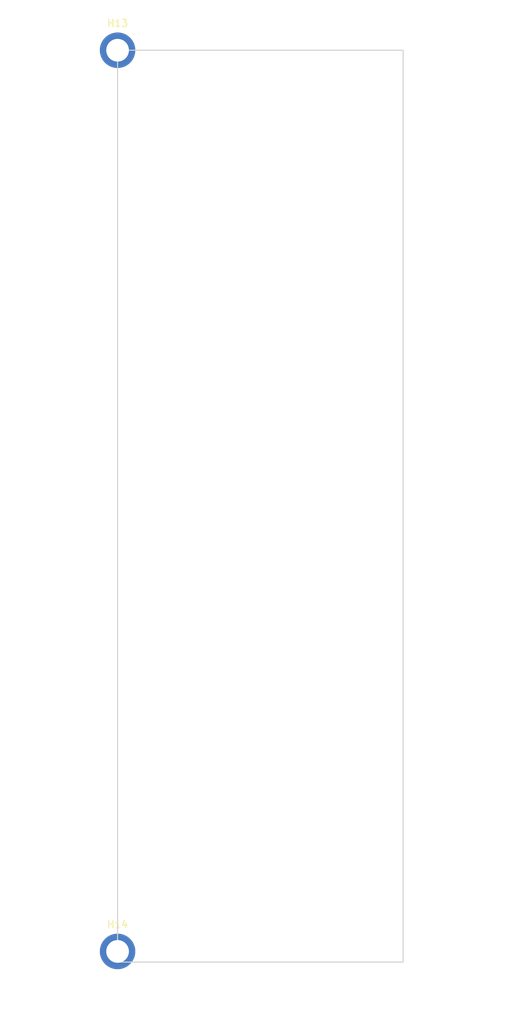
<source format=kicad_pcb>
(kicad_pcb (version 20221018) (generator pcbnew)
  (title_block (title "(title)") (comment 1 "PCB for panel") (comment 2 "(description)") (comment 4 "License CC BY 4.0 - Attribution 4.0 International"))
  (layers (0 "F.Cu" signal) (31 "B.Cu" signal) (34 "B.Paste" user) (35 "F.Paste" user) (36 "B.SilkS" user "B.Silkscreen") (37 "F.SilkS" user "F.Silkscreen") (38 "B.Mask" user) (39 "F.Mask" user) (44 "Edge.Cuts" user))
  (net 0 "")
  (footprint "elektrophon:panel_jack" (layer "F.Cu") (at 60.96 157.48)
    (fp_text reference "H1" hide)
    (fp_text value "TRIGGER")
    (pad "" np_thru_hole circle (at 0 0) (size 6.4 6.4) (drill 6.4) (layers "*.Cu" "*.Mask"))
  )
  (footprint "elektrophon:panel_jack" (layer "F.Cu") (at 60.96 142.24)
    (fp_text reference "H2" hide)
    (fp_text value "GATE")
    (pad "" np_thru_hole circle (at 0 0) (size 6.4 6.4) (drill 6.4) (layers "*.Cu" "*.Mask"))
  )
  (footprint "elektrophon:panel_potentiometer" (layer "F.Cu") (at 81.28 96.52)
    (fp_text reference "H12" hide)
    (fp_text value "RELEASE")
    (pad "" np_thru_hole circle (at 0 0) (size 7.4 7.4) (drill 7.4) (layers "*.Cu" "*.Mask"))
  )
  (footprint "elektrophon:panel_potentiometer" (layer "F.Cu") (at 81.28 76.2)
    (fp_text reference "H10" hide)
    (fp_text value "DECAY")
    (pad "" np_thru_hole circle (at 0 0) (size 7.4 7.4) (drill 7.4) (layers "*.Cu" "*.Mask"))
  )
  (footprint "elektrophon:panel_jack" (layer "F.Cu") (at 81.28 127)
    (fp_text reference "H7" hide)
    (fp_text value "RELEASE_CV")
    (pad "" np_thru_hole circle (at 0 0) (size 6.4 6.4) (drill 6.4) (layers "*.Cu" "*.Mask"))
  )
  (footprint "elektrophon:panel_jack" (layer "F.Cu") (at 81.28 157.48)
    (fp_text reference "H3" hide)
    (fp_text value "OUT")
    (pad "" np_thru_hole circle (at 0 0) (size 6.4 6.4) (drill 6.4) (layers "*.Cu" "*.Mask"))
  )
  (footprint "elektrophon:panel_jack" (layer "F.Cu") (at 60.96 116.84)
    (fp_text reference "H4" hide)
    (fp_text value "ATTACK_CV")
    (pad "" np_thru_hole circle (at 0 0) (size 6.4 6.4) (drill 6.4) (layers "*.Cu" "*.Mask"))
  )
  (footprint "elektrophon:panel_jack" (layer "F.Cu") (at 81.28 116.84)
    (fp_text reference "H5" hide)
    (fp_text value "DECAY_CV")
    (pad "" np_thru_hole circle (at 0 0) (size 6.4 6.4) (drill 6.4) (layers "*.Cu" "*.Mask"))
  )
  (footprint "elektrophon:panel_potentiometer" (layer "F.Cu") (at 60.96 76.2)
    (fp_text reference "H9" hide)
    (fp_text value "ATTACK")
    (pad "" np_thru_hole circle (at 0 0) (size 7.4 7.4) (drill 7.4) (layers "*.Cu" "*.Mask"))
  )
  (footprint "elektrophon:panel_jack" (layer "F.Cu") (at 60.96 127)
    (fp_text reference "H6" hide)
    (fp_text value "SUSTAIN_CV")
    (pad "" np_thru_hole circle (at 0 0) (size 6.4 6.4) (drill 6.4) (layers "*.Cu" "*.Mask"))
  )
  (footprint "elektrophon:panel_potentiometer" (layer "F.Cu") (at 60.96 96.52)
    (fp_text reference "H11" hide)
    (fp_text value "SUSTAIN")
    (pad "" np_thru_hole circle (at 0 0) (size 7.4 7.4) (drill 7.4) (layers "*.Cu" "*.Mask"))
  )
  (footprint "elektrophon:MountingHole_Panel_3.2mm_M3" (layer "F.Cu") (at 50.8 50.8)
    (fp_text reference "H13" (at 0 -3.8) (layer "F.SilkS"))
    (fp_text value "~")
    (pad "1" thru_hole circle (at 0 0) (size 3.6 3.6) (drill 3.2) (layers "*.Cu" "*.Mask"))
    (pad "1" connect circle (at 0 0) (size 5 5) (layers "F.Cu" "F.Mask"))
    (pad "1" connect circle (at 0 0) (size 5 5) (layers "B.Cu" "B.Mask"))
  )
  (footprint "elektrophon:panel_jack" (layer "F.Cu") (at 81.28 142.24)
    (fp_text reference "H8" hide)
    (fp_text value "SGO")
    (pad "" np_thru_hole circle (at 0 0) (size 6.4 6.4) (drill 6.4) (layers "*.Cu" "*.Mask"))
  )
  (footprint "elektrophon:MountingHole_Panel_3.2mm_M3" (layer "F.Cu") (at 50.8 177.8)
    (fp_text reference "H14" (at 0 -3.8) (layer "F.SilkS"))
    (fp_text value "~")
    (pad "1" thru_hole circle (at 0 0) (size 3.6 3.6) (drill 3.2) (layers "*.Cu" "*.Mask"))
    (pad "1" connect circle (at 0 0) (size 5 5) (layers "F.Cu" "F.Mask"))
    (pad "1" connect circle (at 0 0) (size 5 5) (layers "B.Cu" "B.Mask"))
  )
  (gr_line (start 50.8 50.8) (end 50.8 179.3) (stroke (width 0.15)) (layer "Edge.Cuts"))
  (gr_line (start 91.1 179.3) (end 50.8 179.3) (stroke (width 0.15)) (layer "Edge.Cuts"))
  (gr_line (start 50.8 50.8) (end 91.1 50.8) (stroke (width 0.15)) (layer "Edge.Cuts"))
  (gr_line (start 91.1 50.8) (end 91.1 179.3) (stroke (width 0.15)) (layer "Edge.Cuts"))
)
</source>
